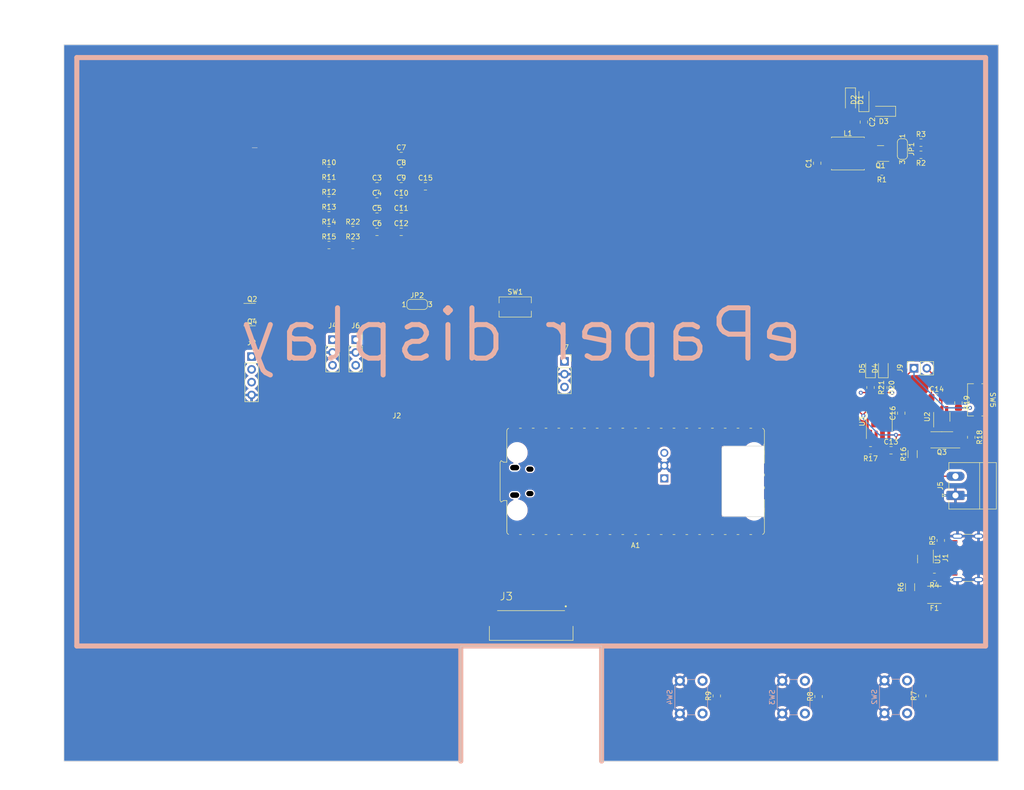
<source format=kicad_pcb>
(kicad_pcb (version 20221018) (generator pcbnew)
  (layers (0 "F.Cu" signal) (31 "B.Cu" signal) (34 "B.Paste" user) (35 "F.Paste" user) (36 "B.SilkS" user "B.Silkscreen") (37 "F.SilkS" user "F.Silkscreen") (38 "B.Mask" user) (39 "F.Mask" user) (44 "Edge.Cuts" user))
  (net 0 "")
  (net 1 "GND")
  (net 2 "Net-(D2-K)")
  (net 3 "Net-(D1-A)")
  (net 4 "Net-(C3-Pad2)")
  (net 5 "/VGH")
  (net 6 "Net-(C5-Pad2)")
  (net 7 "Net-(C7-Pad2)")
  (net 8 "/VGL")
  (net 9 "Net-(C9-Pad2)")
  (net 10 "Net-(C4-Pad2)")
  (net 11 "/DW01_{Vcc}")
  (net 12 "Net-(D4-K)")
  (net 13 "Net-(D5-K)")
  (net 14 "/GDR")
  (net 15 "/RESE")
  (net 16 "Net-(C11-Pad2)")
  (net 17 "/BS")
  (net 18 "/EPD_BUSY'")
  (net 19 "/EPD_RST'")
  (net 20 "/EPD_DC'")
  (net 21 "/EPD_CS'")
  (net 22 "/EPD_SCK'")
  (net 23 "/EPD_DIN'")
  (net 24 "Net-(C12-Pad2)")
  (net 25 "Net-(JP1-A)")
  (net 26 "Net-(JP1-B)")
  (net 27 "unconnected-(Q3-Pad1)")
  (net 28 "Net-(U2-OC)")
  (net 29 "Net-(U2-OD)")
  (net 30 "/SW1")
  (net 31 "/SW2")
  (net 32 "/SW3")
  (net 33 "Net-(U3-PROG)")
  (net 34 "Net-(U2-CS)")
  (net 37 "/UART0_TX")
  (net 38 "/UART0_RX")
  (net 39 "/BAT_STDBY")
  (net 40 "/BAT_CHRG")
  (net 41 "/I2C0_SDA")
  (net 42 "/I2C0_SCL")
  (net 51 "Net-(A1-RUN)")
  (net 54 "/BAT_ADC")
  (net 56 "+3V3")
  (net 58 "Net-(A1-VSYS)")
  (net 59 "+5V")
  (net 60 "/SWCLK")
  (net 61 "/SWDIO")
  (net 62 "/USB_DM")
  (net 63 "/USB_DP")
  (net 66 "/BOOTSEL")
  (net 67 "-BATT")
  (net 68 "Net-(Q4-D)")
  (net 69 "+BATT")
  (net 70 "Net-(F1-Pad1)")
  (net 71 "Net-(U1-VBUS)")
  (net 72 "Net-(J1-CC1)")
  (net 74 "Net-(J1-CC2)")
  (net 79 "Net-(J4-Pin_1)")
  (net 80 "Net-(J4-Pin_3)")
  (net 81 "Net-(J5-Pin_2)")
  (net 82 "Net-(J6-Pin_1)")
  (net 83 "Net-(J6-Pin_3)")
  (net 84 "/D+")
  (net 85 "/D-")
  (footprint "Capacitor_SMD:C_0805_2012Metric_Pad1.18x1.45mm_HandSolder" (layer "F.Cu") (at 117.715 53.515)
    (fp_text reference "C9")
    (fp_text value "1u")
  )
  (footprint "Resistor_SMD:R_0805_2012Metric_Pad1.20x1.40mm_HandSolder" (layer "F.Cu") (at 210.846 93.456 -90)
    (fp_text reference "R21")
    (fp_text value "1.2k")
  )
  (footprint "Resistor_SMD:R_0805_2012Metric_Pad1.20x1.40mm_HandSolder" (layer "F.Cu") (at 103.375 50.415)
    (fp_text reference "R10")
    (fp_text value "100R")
  )
  (footprint "LED_SMD:LED_0805_2012Metric_Pad1.15x1.40mm_HandSolder" (layer "F.Cu") (at 213.386 89.662 90)
    (fp_text reference "D4")
    (fp_text value "LED")
  )
  (footprint "Diode_SMD:D_SOD-123" (layer "F.Cu") (at 213.469 38.608 180)
    (fp_text reference "D3")
    (fp_text value "1N4001")
  )
  (footprint "Capacitor_SMD:C_0805_2012Metric_Pad1.18x1.45mm_HandSolder" (layer "F.Cu") (at 112.905 62.545)
    (fp_text reference "C6")
    (fp_text value "1u")
  )
  (footprint "Capacitor_SMD:C_0805_2012Metric_Pad1.18x1.45mm_HandSolder" (layer "F.Cu") (at 209.532 40.7455 -90)
    (fp_text reference "C2")
    (fp_text value "4.7u")
  )
  (footprint "Jumper:SolderJumper-3_P1.3mm_Open_RoundedPad1.0x1.5mm_NumberLabels" (layer "F.Cu") (at 120.875 76.965)
    (fp_text reference "JP2")
    (fp_text value "SolderJumper_3_Open")
  )
  (footprint "52435-2471:MOLEX_52435-2471" (layer "F.Cu") (at 143.51 137.16)
    (fp_text reference "J3")
    (fp_text value "52435-2471")
  )
  (footprint "Resistor_SMD:R_0805_2012Metric_Pad1.20x1.40mm_HandSolder" (layer "F.Cu") (at 221.107 154.686 90)
    (fp_text reference "R7")
    (fp_text value "1k")
  )
  (footprint "LED_SMD:LED_0805_2012Metric_Pad1.15x1.40mm_HandSolder" (layer "F.Cu") (at 210.846 89.662 90)
    (fp_text reference "D5")
    (fp_text value "LED")
  )
  (footprint "Capacitor_SMD:C_0805_2012Metric_Pad1.18x1.45mm_HandSolder" (layer "F.Cu") (at 214.91 105.918)
    (fp_text reference "C13")
    (fp_text value "100n")
  )
  (footprint "Diode_SMD:D_SOD-123" (layer "F.Cu") (at 206.865 36.322 -90)
    (fp_text reference "D1")
    (fp_text value "1N4001")
  )
  (footprint "Connector_Wire:SolderWirePad_1x01_SMD_1x2mm" (layer "F.Cu") (at 116.84 101.6)
    (fp_text reference "J2")
    (fp_text value "Conn_01x01_Pin")
  )
  (footprint "Resistor_SMD:R_0805_2012Metric_Pad1.20x1.40mm_HandSolder" (layer "F.Cu") (at 213.088 50.546 180)
    (fp_text reference "R1")
    (fp_text value "10k")
  )
  (footprint "Inductor_SMD:L_Changjiang_FNR6045S" (layer "F.Cu") (at 206.357 46.99)
    (fp_text reference "L1")
    (fp_text value "68u")
  )
  (footprint "Package_TO_SOT_SMD:SOT-23" (layer "F.Cu") (at 212.834 46.99 180)
    (fp_text reference "Q1")
    (fp_text value "BSS138")
  )
  (footprint "Jumper:SolderJumper-3_P1.3mm_Open_RoundedPad1.0x1.5mm_NumberLabels" (layer "F.Cu") (at 217.17 46.101 -90)
    (fp_text reference "JP1")
    (fp_text value "SolderJumper_3_Open")
  )
  (footprint "Button_Switch_SMD:SW_Tactile_SPST_NO_Straight_CK_PTS636Sx25SMTRLFS" (layer "F.Cu") (at 140.335 77.47)
    (fp_text reference "SW1")
    (fp_text value "SW_Push")
  )
  (footprint "Resistor_SMD:R_0805_2012Metric_Pad1.20x1.40mm_HandSolder" (layer "F.Cu") (at 228.29125 96.479 -90)
    (fp_text reference "R19")
    (fp_text value "100")
  )
  (footprint "Resistor_SMD:R_0805_2012Metric_Pad1.20x1.40mm_HandSolder" (layer "F.Cu") (at 103.375 59.265)
    (fp_text reference "R13")
    (fp_text value "100R")
  )
  (footprint "Capacitor_SMD:C_0805_2012Metric_Pad1.18x1.45mm_HandSolder" (layer "F.Cu") (at 117.715 50.505)
    (fp_text reference "C8")
    (fp_text value "1u/10V")
  )
  (footprint "Capacitor_SMD:C_0805_2012Metric_Pad1.18x1.45mm_HandSolder" (layer "F.Cu") (at 200.261 48.9165 90)
    (fp_text reference "C1")
    (fp_text value "4.7u")
  )
  (footprint "Capacitor_SMD:C_0805_2012Metric_Pad1.18x1.45mm_HandSolder" (layer "F.Cu") (at 117.715 62.545)
    (fp_text reference "C12")
    (fp_text value "1u/50V")
  )
  (footprint "Resistor_SMD:R_0805_2012Metric_Pad1.20x1.40mm_HandSolder" (layer "F.Cu") (at 103.375 65.165)
    (fp_text reference "R15")
    (fp_text value "10k")
  )
  (footprint "Package_TO_SOT_SMD:SOT-23" (layer "F.Cu") (at 88.145 82.765)
    (fp_text reference "Q4")
    (fp_text value "BSS138")
  )
  (footprint "Resistor_SMD:R_0805_2012Metric_Pad1.20x1.40mm_HandSolder" (layer "F.Cu") (at 103.375 53.365)
    (fp_text reference "R11")
    (fp_text value "100R")
  )
  (footprint "Connector_PinSocket_2.54mm:PinSocket_1x03_P2.54mm_Vertical" (layer "F.Cu") (at 108.685 83.955)
    (fp_text reference "J6")
    (fp_text value "Conn_01x03_Socket")
  )
  (footprint "Resistor_SMD:R_0805_2012Metric_Pad1.20x1.40mm_HandSolder" (layer "F.Cu") (at 103.375 62.215)
    (fp_text reference "R14")
    (fp_text value "100R")
  )
  (footprint "Resistor_SMD:R_1206_3216Metric_Pad1.30x1.75mm_HandSolder" (layer "F.Cu") (at 219.202 106.68 90)
    (fp_text reference "R16")
    (fp_text value "0R")
  )
  (footprint "7_5 inch display model:7_5 inch display" (layer "F.Cu") (at 195.58 93.98)
    (fp_text reference "REF**" hide)
    (fp_text value "7_5 inch display")
  )
  (footprint "Resistor_SMD:R_0805_2012Metric_Pad1.20x1.40mm_HandSolder" (layer "F.Cu") (at 108.125 65.165)
    (fp_text reference "R23")
    (fp_text value "100k")
  )
  (footprint "Connector_PinSocket_2.54mm:PinSocket_1x03_P2.54mm_Vertical" (layer "F.Cu") (at 104.085 83.955)
    (fp_text reference "J4")
    (fp_text value "Conn_01x03_Socket")
  )
  (footprint "Capacitor_SMD:C_0805_2012Metric_Pad1.18x1.45mm_HandSolder" (layer "F.Cu") (at 117.715 59.535)
    (fp_text reference "C11")
    (fp_text value "1u")
  )
  (footprint "Resistor_SMD:R_0805_2012Metric_Pad1.20x1.40mm_HandSolder" (layer "F.Cu") (at 213.386 93.472 -90)
    (fp_text reference "R20")
    (fp_text value "1.2k")
  )
  (footprint "MCU_RPi_Pico:Raspberry_Pi_Pico_W_SMT" (layer "F.Cu") (at 140.096 120.9802 90)
    (fp_text reference "A1")
    (fp_text value "RaspberryPi-Pico(W)")
    (fp_line (start 1.89 49.13) (end 1.89 41.73) (stroke (width 0.1)) (layer "Edge.Cuts"))
    (fp_line (start 2.39 41.23) (end 15.39 41.23) (stroke (width 0.1)) (layer "Edge.Cuts"))
    (fp_line (start 15.89 41.73) (end 15.89 49.13) (stroke (width 0.1)) (layer "Edge.Cuts"))
    (fp_arc (start 1.89 41.73) (mid 2.036447 41.376447) (end 2.39 41.23) (stroke (width 0.1)) (layer "Edge.Cuts"))
    (fp_arc (start 1.89 49.13) (mid 1.743553 49.483553) (end 1.39 49.63) (stroke (width 0.1)) (layer "Edge.Cuts"))
    (fp_arc (start 15.39 41.23) (mid 15.743553 41.376447) (end 15.89 41.73) (stroke (width 0.1)) (layer "Edge.Cuts"))
    (fp_arc (start 16.39 49.63) (mid 16.036447 49.483553) (end 15.89 49.13) (stroke (width 0.1)) (layer "Edge.Cuts"))
  )
  (footprint "Resistor_SMD:R_0805_2012Metric_Pad1.20x1.40mm_HandSolder" (layer "F.Cu") (at 230.83125 103.337 -90)
    (fp_text reference "R18")
    (fp_text value "1k")
  )
  (footprint "Connector_PinSocket_2.54mm:PinSocket_1x03_P2.54mm_Vertical" (layer "F.Cu") (at 150.114 88.265)
    (fp_text reference "J7")
    (fp_text value "Conn_01x03_Socket")
  )
  (footprint "Button_Switch_SMD:SW_Tactile_SPST_NO_Straight_CK_PTS636Sx25SMTRLFS" (layer "F.Cu") (at 232.10125 95.906 -90)
    (fp_text reference "SW5")
    (fp_text value "SW_Push")
  )
  (footprint "Capacitor_SMD:C_0805_2012Metric_Pad1.18x1.45mm_HandSolder" (layer "F.Cu") (at 223.97325 95.463)
    (fp_text reference "C14")
    (fp_text value "100n")
  )
  (footprint "Capacitor_SMD:C_0805_2012Metric_Pad1.18x1.45mm_HandSolder" (layer "F.Cu") (at 117.715 56.525)
    (fp_text reference "C10")
    (fp_text value "1u")
  )
  (footprint "Capacitor_SMD:C_0805_2012Metric_Pad1.18x1.45mm_HandSolder" (layer "F.Cu") (at 112.905 56.525)
    (fp_text reference "C4")
    (fp_text value "1u")
  )
  (footprint "Connector_PinSocket_2.54mm:PinSocket_1x02_P2.54mm_Vertical" (layer "F.Cu") (at 219.476 89.637 90)
    (fp_text reference "J9")
    (fp_text value "Battery connector")
  )
  (footprint "Capacitor_SMD:C_0805_2012Metric_Pad1.18x1.45mm_HandSolder" (layer "F.Cu") (at 122.525 53.515)
    (fp_text reference "C15")
    (fp_text value "1n")
  )
  (footprint "Capacitor_SMD:C_0805_2012Metric_Pad1.18x1.45mm_HandSolder" (layer "F.Cu") (at 112.905 53.515)
    (fp_text reference "C3")
    (fp_text value "1u")
  )
  (footprint "Capacitor_SMD:C_0805_2012Metric_Pad1.18x1.45mm_HandSolder" (layer "F.Cu") (at 216.942 98.552 90)
    (fp_text reference "C16")
    (fp_text value "10u")
  )
  (footprint "Connector_USB:USB_C_Receptacle_GCT_USB4105-xx-A_16P_TopMnt_Horizontal" (layer "F.Cu") (at 231.205 127.285 90)
    (fp_text reference "J1")
    (fp_text value "USB_C_Receptacle_USB2.0")
  )
  (footprint "Resistor_SMD:R_0805_2012Metric_Pad1.20x1.40mm_HandSolder" (layer "F.Cu") (at 108.125 62.215)
    (fp_text reference "R22")
    (fp_text value "200k")
  )
  (footprint "Diode_SMD:D_SOD-123" (layer "F.Cu") (at 209.532 36.322 90)
    (fp_text reference "D2")
    (fp_text value "1N4001")
  )
  (footprint "Resistor_SMD:R_0805_2012Metric_Pad1.20x1.40mm_HandSolder" (layer "F.Cu") (at 220.853 44.831)
    (fp_text reference "R3")
    (fp_text value "3")
  )
  (footprint "Resistor_SMD:R_0805_2012Metric_Pad1.20x1.40mm_HandSolder" (layer "F.Cu") (at 224.79 123.825 90)
    (fp_text reference "R5")
    (fp_text value "5k1")
  )
  (footprint "Fuse:Fuse_1812_4532Metric_Pad1.30x3.40mm_HandSolder" (layer "F.Cu") (at 223.52 134.62 180)
    (fp_text reference "F1")
    (fp_text value "Polyfuse")
  )
  (footprint "Package_TO_SOT_SMD:SOT-23-6" (layer "F.Cu") (at 221.742 127.508 -90)
    (fp_text reference "U1")
    (fp_text value "USBLC6-2SC6")
  )
  (footprint "Capacitor_SMD:C_0805_2012Metric_Pad1.18x1.45mm_HandSolder" (layer "F.Cu") (at 117.715 47.495)
    (fp_text reference "C7")
    (fp_text value "1u")
  )
  (footprint "Package_TO_SOT_SMD:SOT-23-6_Handsoldering" (layer "F.Cu") (at 224.98925 99.273 90)
    (fp_text reference "U2")
    (fp_text value "DW01A")
  )
  (footprint "Resistor_SMD:R_0805_2012Metric_Pad1.20x1.40mm_HandSolder" (layer "F.Cu") (at 103.375 56.315)
    (fp_text reference "R12")
    (fp_text value "10k")
  )
  (footprint "Package_SO:TSSOP-8_4.4x3mm_P0.65mm" (layer "F.Cu") (at 224.98925 103.845 180)
    (fp_text reference "Q3")
    (fp_text value "FS8205A")
  )
  (footprint "Resistor_SMD:R_1206_3216Metric_Pad1.30x1.75mm_HandSolder" (layer "F.Cu") (at 218.694 133.096 90)
    (fp_text reference "R6")
    (fp_text value "0R")
  )
  (footprint "Resistor_SMD:R_0805_2012Metric_Pad1.20x1.40mm_HandSolder" (layer "F.Cu") (at 223.52 131.064 180)
    (fp_text reference "R4")
    (fp_text value "5k1")
  )
  (footprint "Connector_PinSocket_2.54mm:PinSocket_1x04_P2.54mm_Vertical" (layer "F.Cu") (at 88.025 87.315)
    (fp_text reference "J8")
    (fp_text value "Conn_01x04_Socket")
  )
  (footprint "Package_SO:HTSOP-8-1EP_3.9x4.9mm_P1.27mm_EP2.4x3.2mm" (layer "F.Cu") (at 212.586 100.168 90)
    (fp_text reference "U3")
    (fp_text value "TP4056")
  )
  (footprint "Resistor_SMD:R_0805_2012Metric_Pad1.20x1.40mm_HandSolder" (layer "F.Cu") (at 200.533 154.813 90)
    (fp_text reference "R8")
    (fp_text value "1k")
  )
  (footprint "Resistor_SMD:R_0805_2012Metric_Pad1.20x1.40mm_HandSolder" (layer "F.Cu") (at 220.853 47.244 180)
    (fp_text reference "R2")
    (fp_text value "0.47")
  )
  (footprint "Resistor_SMD:R_0805_2012Metric_Pad1.20x1.40mm_HandSolder" (layer "F.Cu") (at 210.846 105.918 180)
    (fp_text reference "R17")
    (fp_text value "1.2k")
  )
  (footprint "Connector_Phoenix_MC:PhoenixContact_MC_1,5_2-G-3.81_1x02_P3.81mm_Horizontal" (layer "F.Cu") (at 227.6995 114.88 90)
    (fp_text reference "J5")
    (fp_text value "Charging input - 5V")
  )
  (footprint "Resistor_SMD:R_0805_2012Metric_Pad1.20x1.40mm_HandSolder" (layer "F.Cu") (at 180.34 154.702 90)
    (fp_text reference "R9")
    (fp_text value "1k")
  )
  (footprint "Package_TO_SOT_SMD:SOT-23" (layer "F.Cu") (at 88.145 78.315)
    (fp_text reference "Q2")
    (fp_text value "AO3401A")
  )
  (footprint "Capacitor_SMD:C_0805_2012Metric_Pad1.18x1.45mm_HandSolder" (layer "F.Cu") (at 112.905 59.535)
    (fp_text reference "C5")
    (fp_text value "1u")
  )
  (footprint "Button_Switch_THT:SW_PUSH_6mm_H7.3mm" (layer "B.Cu") (at 193.33 151.69 -90)
    (fp_text reference "SW3")
    (fp_text value "SW_Push")
  )
  (footprint "Button_Switch_THT:SW_PUSH_6mm_H7.3mm" (layer "B.Cu") (at 173.01 151.69 -90)
    (fp_text reference "SW4")
    (fp_text value "SW_Push")
  )
  (footprint "Button_Switch_THT:SW_PUSH_6mm_H7.3mm" (layer "B.Cu") (at 213.614 151.638 -90)
    (fp_text reference "SW2")
    (fp_text value "SW_Push")
  )
  (gr_line (start 236.22 25.4) (end 236.22 147.32) (stroke (width 0.1)) (layer "Edge.Cuts"))
  (gr_line (start 50.8 167.64) (end 50.8 25.4) (stroke (width 0.1)) (layer "Edge.Cuts"))
  (gr_line (start 157.48 144.78) (end 129.54 144.78) (stroke (width 0.1)) (layer "Edge.Cuts"))
  (gr_line (start 129.54 144.78) (end 129.54 167.64) (stroke (width 0.1)) (layer "Edge.Cuts"))
  (gr_line (start 50.8 25.4) (end 236.22 25.4) (stroke (width 0.1)) (layer "Edge.Cuts"))
  (gr_line (start 129.54 167.64) (end 50.8 167.64) (stroke (width 0.1)) (layer "Edge.Cuts"))
  (gr_line (start 236.22 167.64) (end 157.48 167.64) (stroke (width 0.1)) (layer "Edge.Cuts"))
  (gr_line (start 236.22 147.32) (end 236.22 167.64) (stroke (width 0.1)) (layer "Edge.Cuts"))
  (gr_line (start 157.48 167.64) (end 157.48 144.78) (stroke (width 0.1)) (layer "Edge.Cuts"))
  (gr_line (start 89.154 45.847) (end 88.138 45.847) (stroke (width 0.1)) (layer "Edge.Cuts"))
  (segment (start 227.85175 104.17) (end 227.85175 103.52) (width 0.25) (layer "F.Cu") (net 1))
  (segment (start 211.819 38.608) (end 210.632 38.608) (width 0.25) (layer "F.Cu") (net 2))
  (segment (start 209.532 39.708) (end 209.532 37.972) (width 0.25) (layer "F.Cu") (net 2))
  (segment (start 210.632 38.608) (end 209.532 39.708) (width 0.25) (layer "F.Cu") (net 2))
  (segment (start 211.8965 46.99) (end 208.607 46.99) (width 0.25) (layer "F.Cu") (net 3))
  (segment (start 208.607 42.708) (end 209.532 41.783) (width 0.25) (layer "F.Cu") (net 3))
  (segment (start 206.865 37.972) (end 206.865 40.966) (width 0.25) (layer "F.Cu") (net 3))
  (segment (start 208.607 46.99) (end 208.607 42.708) (width 0.25) (layer "F.Cu") (net 3))
  (segment (start 206.865 40.966) (end 208.607 42.708) (width 0.25) (layer "F.Cu") (net 3))
  (segment (start 224.98925 95.4845) (end 225.01075 95.463) (width 0.25) (layer "F.Cu") (net 11))
  (segment (start 228.29125 95.479) (end 225.02675 95.479) (width 0.25) (layer "F.Cu") (net 11))
  (segment (start 225.02675 95.479) (end 225.01075 95.463) (width 0.25) (layer "F.Cu") (net 11))
  (segment (start 224.98925 97.923) (end 224.98925 95.4845) (width 0.25) (layer "F.Cu") (net 11))
  (segment (start 231.73925 92.031) (end 228.29125 95.479) (width 0.25) (layer "F.Cu") (net 11))
  (segment (start 213.386 90.687) (end 213.386 92.472) (width 0.25) (layer "F.Cu") (net 12))
  (segment (start 210.846 92.456) (end 210.846 90.687) (width 0.25) (layer "F.Cu") (net 13))
  (segment (start 213.7715 47.94) (end 214.088 48.2565) (width 0.25) (layer "F.Cu") (net 14))
  (segment (start 214.088 48.2565) (end 214.088 50.546) (width 0.25) (layer "F.Cu") (net 14))
  (segment (start 213.7715 46.04) (end 217.109 46.04) (width 0.25) (layer "F.Cu") (net 15))
  (segment (start 217.109 46.04) (end 217.17 46.101) (width 0.25) (layer "F.Cu") (net 15))
  (segment (start 217.17 44.801) (end 219.823 44.801) (width 0.25) (layer "F.Cu") (net 25))
  (segment (start 219.823 44.801) (end 219.853 44.831) (width 0.25) (layer "F.Cu") (net 25))
  (segment (start 219.696 47.401) (end 219.853 47.244) (width 0.25) (layer "F.Cu") (net 26))
  (segment (start 217.17 47.401) (end 219.696 47.401) (width 0.25) (layer "F.Cu") (net 26))
  (segment (start 222.12675 104.82) (end 227.85175 104.82) (width 0.25) (layer "F.Cu") (net 27))
  (segment (start 225.93925 102.509) (end 225.93925 100.623) (width 0.25) (layer "F.Cu") (net 28))
  (segment (start 227.85175 102.87) (end 226.30025 102.87) (width 0.25) (layer "F.Cu") (net 28))
  (segment (start 226.30025 102.87) (end 225.93925 102.509) (width 0.25) (layer "F.Cu") (net 28))
  (segment (start 224.03925 102.255) (end 224.03925 100.623) (width 0.25) (layer "F.Cu") (net 29))
  (segment (start 222.12675 102.87) (end 223.42425 102.87) (width 0.25) (layer "F.Cu") (net 29))
  (segment (start 223.42425 102.87) (end 224.03925 102.255) (width 0.25) (layer "F.Cu") (net 29))
  (segment (start 211.951 102.818) (end 211.951 105.813) (width 0.25) (layer "F.Cu") (net 33))
  (segment (start 211.951 105.813) (end 211.846 105.918) (width 0.25) (layer "F.Cu") (net 33))
  (segment (start 231.59325 99.273) (end 232.10125 99.781) (width 0.25) (layer "F.Cu") (net 34))
  (segment (start 224.98925 100.623) (end 224.98925 99.843) (width 0.25) (layer "F.Cu") (net 34))
  (segment (start 230.83125 101.051) (end 232.10125 99.781) (width 0.25) (layer "F.Cu") (net 34))
  (segment (start 230.83125 102.337) (end 230.83125 101.051) (width 0.25) (layer "F.Cu") (net 34))
  (segment (start 225.55925 99.273) (end 231.59325 99.273) (width 0.25) (layer "F.Cu") (net 34))
  (segment (start 224.98925 99.843) (end 225.55925 99.273) (width 0.25) (layer "F.Cu") (net 34))
  (segment (start 215.122 94.472) (end 215.138 94.488) (width 0.25) (layer "F.Cu") (net 39))
  (segment (start 213.221 97.518) (end 213.221 94.637) (width 0.25) (layer "F.Cu") (net 39))
  (segment (start 213.221 94.637) (end 213.386 94.472) (width 0.25) (layer "F.Cu") (net 39))
  (segment (start 213.386 94.472) (end 215.122 94.472) (width 0.25) (layer "F.Cu") (net 39))
  (via (at 215.138 94.488) (size 0.8) (drill 0.4) (layers "F.Cu" "B.Cu") (net 39))
  (segment (start 211.951 97.518) (end 211.951 96.127) (width 0.25) (layer "F.Cu") (net 40))
  (segment (start 208.947 94.456) (end 208.915 94.488) (width 0.25) (layer "F.Cu") (net 40))
  (segment (start 210.846 95.022) (end 210.846 94.456) (width 0.25) (layer "F.Cu") (net 40))
  (segment (start 211.951 96.127) (end 210.846 95.022) (width 0.25) (layer "F.Cu") (net 40))
  (segment (start 210.846 94.456) (end 208.947 94.456) (width 0.25) (layer "F.Cu") (net 40))
  (via (at 208.915 94.488) (size 0.8) (drill 0.4) (layers "F.Cu" "B.Cu") (net 40))
  (segment (start 204.107 46.99) (end 202.039 46.99) (width 0.25) (layer "F.Cu") (net 56))
  (segment (start 202.039 46.99) (end 201.15 47.879) (width 0.25) (layer "F.Cu") (net 56))
  (segment (start 201.15 47.879) (end 200.261 47.879) (width 0.25) (layer "F.Cu") (net 56))
  (segment (start 219.202 104.14) (end 219.202 105.13) (width 0.25) (layer "F.Cu") (net 59))
  (segment (start 207.518 97.155) (end 209.423 99.06) (width 0.25) (layer "F.Cu") (net 59))
  (segment (start 210.681 97.802) (end 210.681 97.518) (width 0.25) (layer "F.Cu") (net 59))
  (segment (start 215.9475 111.1725) (end 215.9475 105.918) (width 0.25) (layer "F.Cu") (net 59))
  (segment (start 218.694 131.546) (end 218.694 113.919) (width 0.25) (layer "F.Cu") (net 59))
  (segment (start 215.9 102.87) (end 214.543 102.87) (width 0.25) (layer "F.Cu") (net 59))
  (segment (start 209.423 98.776) (end 210.681 97.518) (width 0.25) (layer "F.Cu") (net 59))
  (segment (start 210.846 88.637) (end 209.813 88.637) (width 0.25) (layer "F.Cu") (net 59))
  (segment (start 218.694 113.919) (end 215.9475 111.1725) (width 0.25) (layer "F.Cu") (net 59))
  (segment (start 210.846 88.637) (end 210.846 88.646) (width 0.25) (layer "F.Cu") (net 59))
  (segment (start 209.423 99.06) (end 209.423 98.776) (width 0.25) (layer "F.Cu") (net 59))
  (segment (start 214.543 102.87) (end 214.491 102.818) (width 0.25) (layer "F.Cu") (net 59))
  (segment (start 215.9 102.87) (end 215.9475 102.9175) (width 0.25) (layer "F.Cu") (net 59))
  (segment (start 207.518 90.932) (end 207.518 97.155) (width 0.25) (layer "F.Cu") (net 59))
  (segment (start 215.9475 102.9175) (end 215.9475 105.918) (width 0.25) (layer "F.Cu") (net 59))
  (segment (start 215.9 102.87) (end 217.932 102.87) (width 0.25) (layer "F.Cu") (net 59))
  (segment (start 209.813 88.637) (end 207.518 90.932) (width 0.25) (layer "F.Cu") (net 59))
  (segment (start 210.846 88.646) (end 210.855 88.637) (width 0.25) (layer "F.Cu") (net 59))
  (segment (start 217.932 102.87) (end 219.202 104.14) (width 0.25) (layer "F.Cu") (net 59))
  (segment (start 210.855 88.637) (end 213.386 88.637) (width 0.25) (layer "F.Cu") (net 59))
  (via (at 209.423 99.06) (size 0.8) (drill 0.4) (layers "F.Cu" "B.Cu") (net 59))
  (via (at 215.9 102.87) (size 0.8) (drill 0.4) (layers "F.Cu" "B.Cu") (net 59))
  (segment (start 209.423 99.695) (end 212.598 102.87) (width 0.25) (layer "B.Cu") (net 59))
  (segment (start 212.598 102.87) (end 215.9 102.87) (width 0.25) (layer "B.Cu") (net 59))
  (segment (start 209.423 99.06) (end 209.423 99.695) (width 0.25) (layer "B.Cu") (net 59))
  (segment (start 222.95725 96.841) (end 222.95725 96.479) (width 0.25) (layer "F.Cu") (net 67))
  (segment (start 219.90925 98.4895) (end 222.93575 95.463) (width 0.25) (layer "F.Cu") (net 67))
  (segment (start 224.03925 97.923) (end 222.95725 96.841) (width 0.25) (layer "F.Cu") (net 67))
  (segment (start 219.90925 102.04) (end 219.90925 98.4895) (width 0.25) (layer "F.Cu") (net 67))
  (segment (start 222.12675 103.52) (end 222.12675 104.17) (width 0.25) (layer "F.Cu") (net 67))
  (segment (start 222.93575 90.55675) (end 222.016 89.637) (width 0.25) (layer "F.Cu") (net 67))
  (segment (start 222.12675 103.52) (end 221.38925 103.52) (width 0.25) (layer "F.Cu") (net 67))
  (segment (start 221.38925 103.52) (end 219.90925 102.04) (width 0.25) (layer "F.Cu") (net 67))
  (segment (start 222.95725 96.479) (end 222.93575 96.4575) (width 0.25) (layer "F.Cu") (net 67))
  (segment (start 222.93575 96.4575) (end 222.93575 95.463) (width 0.25) (layer "F.Cu") (net 67))
  (segment (start 222.93575 95.463) (end 222.93575 90.55675) (width 0.25) (layer "F.Cu") (net 67))
  (segment (start 214.491 97.518) (end 216.9385 97.518) (width 0.25) (layer "F.Cu") (net 69))
  (segment (start 216.942 97.5145) (end 216.942 92.171) (width 0.25) (layer "F.Cu") (net 69))
  (segment (start 216.942 92.171) (end 219.476 89.637) (width 0.25) (layer "F.Cu") (net 69))
  (segment (start 228.29125 97.479) (end 230.56125 97.479) (width 0.25) (layer "F.Cu") (net 69))
  (segment (start 216.9385 97.518) (end 216.942 97.5145) (width 0.25) (layer "F.Cu") (net 69))
  (segment (start 230.56125 97.479) (end 230.57725 97.495) (width 0.25) (layer "F.Cu") (net 69))
  (via (at 230.57725 97.495) (size 0.8) (drill 0.4) (layers "F.Cu" "B.Cu") (net 69))
  (segment (start 219.476 91.333) (end 225.638 97.495) (width 0.25) (layer "B.Cu") (net 69))
  (segment (start 219.476 89.637) (end 219.476 91.333) (width 0.25) (layer "B.Cu") (net 69))
  (segment (start 225.638 97.495) (end 230.57725 97.495) (width 0.25) (layer "B.Cu") (net 69))
  (segment (start 226.677 129.685) (end 226.06 130.302) (width 0.6) (layer "F.Cu") (net 70))
  (segment (start 226.06 132.334) (end 226.06 134.305) (width 0.6) (layer "F.Cu") (net 70))
  (segment (start 226.06 134.305) (end 225.745 134.62) (width 0.6) (layer "F.Cu") (net 70))
  (segment (start 227.525 129.685) (end 226.677 129.685) (width 0.6) (layer "F.Cu") (net 70))
  (segment (start 226.06 130.302) (end 226.06 132.08) (width 0.6) (layer "F.Cu") (net 70))
  (segment (start 221.742 128.6455) (end 221.742 129.286) (width 0.25) (layer "F.Cu") (net 71))
  (segment (start 221.269 134.646) (end 221.295 134.62) (width 0.25) (layer "F.Cu") (net 71))
  (segment (start 218.694 134.646) (end 221.269 134.646) (width 1) (layer "F.Cu") (net 71))
  (segment (start 226.303 128.535) (end 224.52 130.318) (width 0.25) (layer "F.Cu") (net 72))
  (segment (start 227.525 128.535) (end 226.303 128.535) (width 0.25) (layer "F.Cu") (net 72))
  (segment (start 224.52 130.318) (end 224.52 131.064) (width 0.25) (layer "F.Cu") (net 72))
  (segment (start 225.5 125.535) (end 227.525 125.535) (width 0.25) (layer "F.Cu") (net 74))
  (segment (start 224.79 124.825) (end 225.5 125.535) (width 0.25) (layer "F.Cu") (net 74))
  (segment (start 222.042 111.07) (end 219.202 108.23) (width 0.25) (layer "F.Cu") (net 81))
  (segment (start 227.6995 111.07) (end 222.042 111.07) (width 0.25) (layer "F.Cu") (net 81))
  (segment (start 226.91967 126.535) (end 226.65 126.80467) (width 0.2) (layer "F.Cu") (net 84))
  (segment (start 227.525 126.535) (end 226.91967 126.535) (width 0.2) (layer "F.Cu") (net 84))
  (segment (start 222.692 126.3705) (end 223.685751 126.3705) (width 0.2) (layer "F.Cu") (net 84))
  (segment (start 226.65 126.80467) (end 226.65 127) (width 0.2) (layer "F.Cu") (net 84))
  (segment (start 226.65 127.26533) (end 226.91967 127.535) (width 0.2) (layer "F.Cu") (net 84))
  (segment (start 226.91967 127.535) (end 227.525 127.535) (width 0.2) (layer "F.Cu") (net 84))
  (segment (start 226.367 127.283) (end 226.65 127) (width 0.2) (layer "F.Cu") (net 84))
  (segment (start 226.65 127) (end 226.65 127.26533) (width 0.2) (layer "F.Cu") (net 84))
  (segment (start 224.598251 127.283) (end 226.367 127.283) (width 0.2) (layer "F.Cu") (net 84))
  (segment (start 223.685751 126.3705) (end 224.598251 127.283) (width 0.2) (layer "F.Cu") (net 84))
  (segment (start 226.63233 127.283) (end 226.367 127.283) (width 0.2) (layer "F.Cu") (net 84))
  (segment (start 226.65 127.26533) (end 226.63233 127.283) (width 0.2) (layer "F.Cu") (net 84))
  (segment (start 222.692 128.6455) (end 223.685751 128.6455) (width 0.2) (layer "F.Cu") (net 85))
  (segment (start 223.685751 128.6455) (end 224.598251 127.733) (width 0.2) (layer "F.Cu") (net 85))
  (segment (start 228.4 127.76533) (end 228.4 127.30467) (width 0.2) (layer "F.Cu") (net 85))
  (segment (start 226.06 127.733) (end 226.362 128.035) (width 0.2) (layer "F.Cu") (net 85))
  (segment (start 227.525 128.035) (end 228.13033 128.035) (width 0.2) (layer "F.Cu") (net 85))
  (segment (start 228.13033 128.035) (end 228.4 127.76533) (width 0.2) (layer "F.Cu") (net 85))
  (segment (start 228.4 127.30467) (end 228.13033 127.035) (width 0.2) (layer "F.Cu") (net 85))
  (segment (start 226.362 128.035) (end 227.525 128.035) (width 0.2) (layer "F.Cu") (net 85))
  (segment (start 224.598251 127.733) (end 226.06 127.733) (width 0.2) (layer "F.Cu") (net 85))
  (segment (start 228.13033 127.035) (end 227.525 127.035) (width 0.2) (layer "F.Cu") (net 85))
  (zone (net 1) (net_name "GND") (layers "F&B.Cu") (connect_pads thru_hole_only (clearance 0.5)) (min_thickness 0.25) (fill yes (thermal_gap 0.5) (thermal_bridge_width 0.5))
    (polygon (pts (xy 46.99 17.145) (xy 241.3 19.685) (xy 241.3 169.545) (xy 38.1 173.355) (xy 48.26 16.51)))
  )
)
</source>
